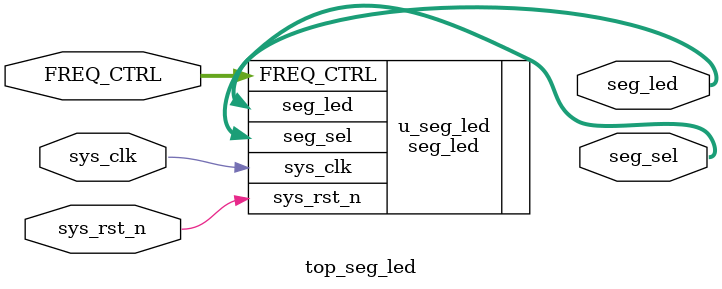
<source format=v>
module top_seg_led(
    //global clock
    input            sys_clk  ,       // 全局时钟信号
    input            sys_rst_n,       // 复位信号（低有效）
    input     [31:0]  FREQ_CTRL,
    output    [5:0]  seg_sel  ,       // 数码管位选信号
    output    [7:0]  seg_led          // 数码管段选信号
    
);

//wire define
           // 数码管显示的数值
wire    [ 5:0]  point;                // 数码管小数点的位置
wire            en;                   // 数码管显示使能信号
wire            sign;                 // 数码管显示数据的符号位



//*****************************************************
//**                    main code
//*****************************************************

//数码管动态显示模块
seg_led u_seg_led(
    .sys_clk           (sys_clk  ),       // 时钟信号
    .sys_rst_n         (sys_rst_n),       // 复位信号
    .FREQ_CTRL     (FREQ_CTRL ),       // 显示的数值
    .seg_sel       (seg_sel  ),       // 位选
    .seg_led       (seg_led  )        // 段选
);

endmodule
</source>
